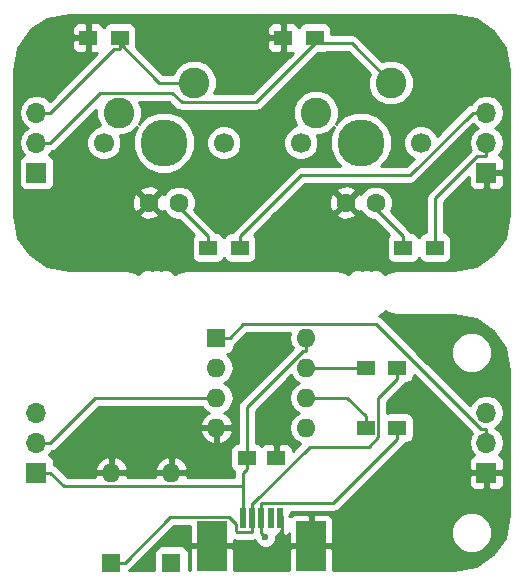
<source format=gtl>
G04 #@! TF.FileFunction,Copper,L1,Top,Signal*
%FSLAX46Y46*%
G04 Gerber Fmt 4.6, Leading zero omitted, Abs format (unit mm)*
G04 Created by KiCad (PCBNEW 4.0.6) date 01/19/18 19:38:46*
%MOMM*%
%LPD*%
G01*
G04 APERTURE LIST*
%ADD10C,0.020000*%
%ADD11C,1.600200*%
%ADD12C,3.980180*%
%ADD13C,2.600000*%
%ADD14C,1.699260*%
%ADD15R,1.500000X1.250000*%
%ADD16R,1.600000X1.600000*%
%ADD17O,1.600000X1.600000*%
%ADD18R,1.500000X1.300000*%
%ADD19R,1.700000X1.700000*%
%ADD20O,1.700000X1.700000*%
%ADD21R,0.500000X1.800000*%
%ADD22R,2.500000X4.200000*%
%ADD23C,0.600000*%
%ADD24C,0.250000*%
%ADD25C,0.254000*%
G04 APERTURE END LIST*
D10*
D11*
X26035000Y-33020000D03*
X28575000Y-33020000D03*
D12*
X27305000Y-27940000D03*
D13*
X29845000Y-22860000D03*
X23495000Y-25400000D03*
D14*
X22225000Y-27940000D03*
X32385000Y-27940000D03*
D15*
X34310000Y-54610000D03*
X36810000Y-54610000D03*
D16*
X22860000Y-63500000D03*
D17*
X22860000Y-55880000D03*
D16*
X27940000Y-63500000D03*
D17*
X27940000Y-55880000D03*
D11*
X42703800Y-33020000D03*
X45243800Y-33020000D03*
D18*
X44370000Y-52070000D03*
X47070000Y-52070000D03*
X44370000Y-46990000D03*
X47070000Y-46990000D03*
D12*
X43973800Y-27940000D03*
D13*
X46513800Y-22860000D03*
X40163800Y-25400000D03*
D14*
X38893800Y-27940000D03*
X49053800Y-27940000D03*
D16*
X31750000Y-44450000D03*
D17*
X39370000Y-52070000D03*
X31750000Y-46990000D03*
X39370000Y-49530000D03*
X31750000Y-49530000D03*
X39370000Y-46990000D03*
X31750000Y-52070000D03*
X39370000Y-44450000D03*
D19*
X54610000Y-55880000D03*
D20*
X54610000Y-53340000D03*
X54610000Y-50800000D03*
D19*
X16510000Y-55880000D03*
D20*
X16510000Y-53340000D03*
X16510000Y-50800000D03*
D19*
X54610000Y-30480000D03*
D20*
X54610000Y-27940000D03*
X54610000Y-25400000D03*
D19*
X16510000Y-30480000D03*
D20*
X16510000Y-27940000D03*
X16510000Y-25400000D03*
D18*
X20875000Y-19050000D03*
X23575000Y-19050000D03*
X37385000Y-19050000D03*
X40085000Y-19050000D03*
X31035000Y-36830000D03*
X33735000Y-36830000D03*
X47545000Y-36830000D03*
X50245000Y-36830000D03*
D21*
X33960000Y-59690000D03*
X34760000Y-59690000D03*
X35560000Y-59690000D03*
X36360000Y-59690000D03*
X37160000Y-59690000D03*
D22*
X31360000Y-62090000D03*
X39760000Y-62090000D03*
D23*
X35897500Y-61304700D03*
D24*
X34310000Y-50354000D02*
X34310000Y-54610000D01*
X39088700Y-45575300D02*
X34310000Y-50354000D01*
X39370000Y-45575300D02*
X39088700Y-45575300D01*
X39370000Y-44450000D02*
X39370000Y-45575300D01*
X34310000Y-54610000D02*
X34310000Y-55560300D01*
X16510000Y-55880000D02*
X17685300Y-55880000D01*
X18840900Y-57035600D02*
X33960000Y-57035600D01*
X17685300Y-55880000D02*
X18840900Y-57035600D01*
X33960000Y-59690000D02*
X33960000Y-57035600D01*
X33960000Y-55910300D02*
X34310000Y-55560300D01*
X33960000Y-57035600D02*
X33960000Y-55910300D01*
X45445400Y-49589900D02*
X47070000Y-47965300D01*
X45445400Y-52880900D02*
X45445400Y-49589900D01*
X44627800Y-53698500D02*
X45445400Y-52880900D01*
X39638300Y-53698500D02*
X44627800Y-53698500D01*
X34872100Y-58464700D02*
X39638300Y-53698500D01*
X34760000Y-58464700D02*
X34872100Y-58464700D01*
X47070000Y-46990000D02*
X47070000Y-47965300D01*
X34760000Y-59414900D02*
X34760000Y-58464700D01*
X34760000Y-59414900D02*
X34760000Y-59690000D01*
X27820700Y-59664600D02*
X23985300Y-63500000D01*
X32822800Y-59664600D02*
X27820700Y-59664600D01*
X33384600Y-60226400D02*
X32822800Y-59664600D01*
X33384600Y-60788400D02*
X33384600Y-60226400D01*
X33511500Y-60915300D02*
X33384600Y-60788400D01*
X34760000Y-60915300D02*
X33511500Y-60915300D01*
X34760000Y-59690000D02*
X34760000Y-60915300D01*
X22860000Y-63500000D02*
X23985300Y-63500000D01*
X35560000Y-60967200D02*
X35560000Y-59690000D01*
X35897500Y-61304700D02*
X35560000Y-60967200D01*
X41650600Y-58464700D02*
X47070000Y-53045300D01*
X35560000Y-58464700D02*
X41650600Y-58464700D01*
X35560000Y-59690000D02*
X35560000Y-58464700D01*
X47070000Y-52070000D02*
X47070000Y-53045300D01*
X28575000Y-33394700D02*
X28575000Y-33020000D01*
X31035000Y-35854700D02*
X28575000Y-33394700D01*
X31035000Y-36830000D02*
X31035000Y-35854700D01*
X45243800Y-33553500D02*
X45243800Y-33020000D01*
X47545000Y-35854700D02*
X45243800Y-33553500D01*
X47545000Y-36830000D02*
X47545000Y-35854700D01*
X42805300Y-49530000D02*
X44370000Y-51094700D01*
X39370000Y-49530000D02*
X42805300Y-49530000D01*
X44370000Y-52070000D02*
X44370000Y-51094700D01*
X39370000Y-46990000D02*
X44370000Y-46990000D01*
X21495300Y-49530000D02*
X31750000Y-49530000D01*
X17685300Y-53340000D02*
X21495300Y-49530000D01*
X16510000Y-53340000D02*
X17685300Y-53340000D01*
X34000600Y-43324700D02*
X32875300Y-44450000D01*
X45281900Y-43324700D02*
X34000600Y-43324700D01*
X54121900Y-52164700D02*
X45281900Y-43324700D01*
X54610000Y-52164700D02*
X54121900Y-52164700D01*
X54610000Y-53340000D02*
X54610000Y-52164700D01*
X31750000Y-44450000D02*
X32875300Y-44450000D01*
X50245000Y-32672300D02*
X50245000Y-36830000D01*
X53802000Y-29115300D02*
X50245000Y-32672300D01*
X54610000Y-29115300D02*
X53802000Y-29115300D01*
X54610000Y-27940000D02*
X54610000Y-29115300D01*
X38903300Y-30686400D02*
X33735000Y-35854700D01*
X48148300Y-30686400D02*
X38903300Y-30686400D01*
X53434700Y-25400000D02*
X48148300Y-30686400D01*
X54610000Y-25400000D02*
X53434700Y-25400000D01*
X33735000Y-36830000D02*
X33735000Y-35854700D01*
X40085000Y-19050000D02*
X40085000Y-19537600D01*
X43191400Y-19537600D02*
X46513800Y-22860000D01*
X40085000Y-19537600D02*
X43191400Y-19537600D01*
X35104600Y-24518000D02*
X40085000Y-19537600D01*
X28794500Y-24518000D02*
X35104600Y-24518000D01*
X28027500Y-23751000D02*
X28794500Y-24518000D01*
X21874300Y-23751000D02*
X28027500Y-23751000D01*
X17685300Y-27940000D02*
X21874300Y-23751000D01*
X16510000Y-27940000D02*
X17685300Y-27940000D01*
X23060000Y-20025300D02*
X23575000Y-20025300D01*
X17685300Y-25400000D02*
X23060000Y-20025300D01*
X16510000Y-25400000D02*
X17685300Y-25400000D01*
X23575000Y-19050000D02*
X23575000Y-19537600D01*
X23575000Y-19537600D02*
X23575000Y-20025300D01*
X26897400Y-22860000D02*
X29845000Y-22860000D01*
X23575000Y-19537600D02*
X26897400Y-22860000D01*
D25*
G36*
X53756745Y-17517836D02*
X55186700Y-18473301D01*
X56142164Y-19903253D01*
X56515000Y-21777626D01*
X56515000Y-34102374D01*
X56142164Y-35976747D01*
X55186700Y-37406699D01*
X53756745Y-38362164D01*
X51882374Y-38735000D01*
X46990000Y-38735000D01*
X46260988Y-38880009D01*
X46005426Y-39050771D01*
X46000704Y-39039343D01*
X45751967Y-38790171D01*
X45426810Y-38655154D01*
X45074735Y-38654847D01*
X44849849Y-38747768D01*
X44626810Y-38655154D01*
X44274735Y-38654847D01*
X44049849Y-38747768D01*
X43826810Y-38655154D01*
X43474735Y-38654847D01*
X43149343Y-38789296D01*
X42900171Y-39038033D01*
X42894815Y-39050932D01*
X42639012Y-38880009D01*
X41910000Y-38735000D01*
X29210000Y-38735000D01*
X28480988Y-38880009D01*
X28225426Y-39050771D01*
X28220704Y-39039343D01*
X27971967Y-38790171D01*
X27646810Y-38655154D01*
X27294735Y-38654847D01*
X27069849Y-38747768D01*
X26846810Y-38655154D01*
X26494735Y-38654847D01*
X26269849Y-38747768D01*
X26046810Y-38655154D01*
X25694735Y-38654847D01*
X25369343Y-38789296D01*
X25120171Y-39038033D01*
X25114815Y-39050932D01*
X24859012Y-38880009D01*
X24130000Y-38735000D01*
X19237626Y-38735000D01*
X17363253Y-38362164D01*
X15933301Y-37406700D01*
X14977836Y-35976745D01*
X14605000Y-34102374D01*
X14605000Y-34027817D01*
X25206788Y-34027817D01*
X25280935Y-34273947D01*
X25818200Y-34467064D01*
X26388470Y-34439879D01*
X26789065Y-34273947D01*
X26863212Y-34027817D01*
X26035000Y-33199605D01*
X25206788Y-34027817D01*
X14605000Y-34027817D01*
X14605000Y-32803200D01*
X24587936Y-32803200D01*
X24615121Y-33373470D01*
X24781053Y-33774065D01*
X25027183Y-33848212D01*
X25855395Y-33020000D01*
X26214605Y-33020000D01*
X27042817Y-33848212D01*
X27288947Y-33774065D01*
X27309810Y-33716022D01*
X27357672Y-33831857D01*
X27761020Y-34235909D01*
X28288289Y-34454850D01*
X28560586Y-34455088D01*
X29828627Y-35723129D01*
X29688569Y-35928110D01*
X29637560Y-36180000D01*
X29637560Y-37480000D01*
X29681838Y-37715317D01*
X29820910Y-37931441D01*
X30033110Y-38076431D01*
X30285000Y-38127440D01*
X31785000Y-38127440D01*
X32020317Y-38083162D01*
X32236441Y-37944090D01*
X32381431Y-37731890D01*
X32384081Y-37718803D01*
X32520910Y-37931441D01*
X32733110Y-38076431D01*
X32985000Y-38127440D01*
X34485000Y-38127440D01*
X34720317Y-38083162D01*
X34936441Y-37944090D01*
X35081431Y-37731890D01*
X35132440Y-37480000D01*
X35132440Y-36180000D01*
X35088162Y-35944683D01*
X34949090Y-35728559D01*
X34941280Y-35723222D01*
X36636685Y-34027817D01*
X41875588Y-34027817D01*
X41949735Y-34273947D01*
X42487000Y-34467064D01*
X43057270Y-34439879D01*
X43457865Y-34273947D01*
X43532012Y-34027817D01*
X42703800Y-33199605D01*
X41875588Y-34027817D01*
X36636685Y-34027817D01*
X37861302Y-32803200D01*
X41256736Y-32803200D01*
X41283921Y-33373470D01*
X41449853Y-33774065D01*
X41695983Y-33848212D01*
X42524195Y-33020000D01*
X41695983Y-32191788D01*
X41449853Y-32265935D01*
X41256736Y-32803200D01*
X37861302Y-32803200D01*
X38652319Y-32012183D01*
X41875588Y-32012183D01*
X42703800Y-32840395D01*
X43532012Y-32012183D01*
X43457865Y-31766053D01*
X42920600Y-31572936D01*
X42350330Y-31600121D01*
X41949735Y-31766053D01*
X41875588Y-32012183D01*
X38652319Y-32012183D01*
X39218102Y-31446400D01*
X48148300Y-31446400D01*
X48439139Y-31388548D01*
X48685701Y-31223801D01*
X53502252Y-26407250D01*
X53530853Y-26450054D01*
X53860026Y-26670000D01*
X53530853Y-26889946D01*
X53208946Y-27371715D01*
X53095907Y-27940000D01*
X53208946Y-28508285D01*
X53259121Y-28583377D01*
X49707599Y-32134899D01*
X49542852Y-32381461D01*
X49485000Y-32672300D01*
X49485000Y-35534442D01*
X49259683Y-35576838D01*
X49043559Y-35715910D01*
X48898569Y-35928110D01*
X48895919Y-35941197D01*
X48759090Y-35728559D01*
X48546890Y-35583569D01*
X48295000Y-35532560D01*
X48226234Y-35532560D01*
X48082401Y-35317299D01*
X46500602Y-33735500D01*
X46678650Y-33306711D01*
X46679148Y-32735793D01*
X46461128Y-32208143D01*
X46057780Y-31804091D01*
X45530511Y-31585150D01*
X44959593Y-31584652D01*
X44431943Y-31802672D01*
X44027891Y-32206020D01*
X43980352Y-32320507D01*
X43957747Y-32265935D01*
X43711617Y-32191788D01*
X42883405Y-33020000D01*
X43711617Y-33848212D01*
X43957747Y-33774065D01*
X43978610Y-33716022D01*
X44026472Y-33831857D01*
X44429820Y-34235909D01*
X44957089Y-34454850D01*
X45070447Y-34454949D01*
X46338627Y-35723129D01*
X46198569Y-35928110D01*
X46147560Y-36180000D01*
X46147560Y-37480000D01*
X46191838Y-37715317D01*
X46330910Y-37931441D01*
X46543110Y-38076431D01*
X46795000Y-38127440D01*
X48295000Y-38127440D01*
X48530317Y-38083162D01*
X48746441Y-37944090D01*
X48891431Y-37731890D01*
X48894081Y-37718803D01*
X49030910Y-37931441D01*
X49243110Y-38076431D01*
X49495000Y-38127440D01*
X50995000Y-38127440D01*
X51230317Y-38083162D01*
X51446441Y-37944090D01*
X51591431Y-37731890D01*
X51642440Y-37480000D01*
X51642440Y-36180000D01*
X51598162Y-35944683D01*
X51459090Y-35728559D01*
X51246890Y-35583569D01*
X51005000Y-35534585D01*
X51005000Y-32987102D01*
X53125000Y-30867102D01*
X53125000Y-31456310D01*
X53221673Y-31689699D01*
X53400302Y-31868327D01*
X53633691Y-31965000D01*
X54324250Y-31965000D01*
X54483000Y-31806250D01*
X54483000Y-30607000D01*
X54737000Y-30607000D01*
X54737000Y-31806250D01*
X54895750Y-31965000D01*
X55586309Y-31965000D01*
X55819698Y-31868327D01*
X55998327Y-31689699D01*
X56095000Y-31456310D01*
X56095000Y-30765750D01*
X55936250Y-30607000D01*
X54737000Y-30607000D01*
X54483000Y-30607000D01*
X54463000Y-30607000D01*
X54463000Y-30353000D01*
X54483000Y-30353000D01*
X54483000Y-30333000D01*
X54737000Y-30333000D01*
X54737000Y-30353000D01*
X55936250Y-30353000D01*
X56095000Y-30194250D01*
X56095000Y-29503690D01*
X55998327Y-29270301D01*
X55819698Y-29091673D01*
X55645223Y-29019403D01*
X55689147Y-28990054D01*
X56011054Y-28508285D01*
X56124093Y-27940000D01*
X56011054Y-27371715D01*
X55689147Y-26889946D01*
X55359974Y-26670000D01*
X55689147Y-26450054D01*
X56011054Y-25968285D01*
X56124093Y-25400000D01*
X56011054Y-24831715D01*
X55689147Y-24349946D01*
X55207378Y-24028039D01*
X54639093Y-23915000D01*
X54580907Y-23915000D01*
X54012622Y-24028039D01*
X53530853Y-24349946D01*
X53322077Y-24662402D01*
X53143861Y-24697852D01*
X52897299Y-24862599D01*
X50414491Y-27345407D01*
X50313142Y-27100123D01*
X49895874Y-26682126D01*
X49350407Y-26455628D01*
X48759784Y-26455112D01*
X48213923Y-26680658D01*
X47795926Y-27097926D01*
X47569428Y-27643393D01*
X47568912Y-28234016D01*
X47794458Y-28779877D01*
X48211726Y-29197874D01*
X48459245Y-29300653D01*
X47833498Y-29926400D01*
X45699613Y-29926400D01*
X46197946Y-29428936D01*
X46598434Y-28464454D01*
X46599345Y-27420128D01*
X46200541Y-26454948D01*
X45462736Y-25715854D01*
X44498254Y-25315366D01*
X43453928Y-25314455D01*
X42488748Y-25713259D01*
X41874154Y-26326781D01*
X42098463Y-25786584D01*
X42099135Y-25016793D01*
X41805170Y-24305342D01*
X41261321Y-23760543D01*
X40550384Y-23465337D01*
X39780593Y-23464665D01*
X39069142Y-23758630D01*
X38524343Y-24302479D01*
X38229137Y-25013416D01*
X38228465Y-25783207D01*
X38519753Y-26488180D01*
X38053923Y-26680658D01*
X37635926Y-27097926D01*
X37409428Y-27643393D01*
X37408912Y-28234016D01*
X37634458Y-28779877D01*
X38051726Y-29197874D01*
X38597193Y-29424372D01*
X39187816Y-29424888D01*
X39733677Y-29199342D01*
X40151674Y-28782074D01*
X40378172Y-28236607D01*
X40378688Y-27645984D01*
X40250223Y-27335076D01*
X40547007Y-27335335D01*
X41258458Y-27041370D01*
X41678756Y-26621805D01*
X41349166Y-27415546D01*
X41348255Y-28459872D01*
X41747059Y-29425052D01*
X42247533Y-29926400D01*
X38903300Y-29926400D01*
X38612461Y-29984252D01*
X38365899Y-30148999D01*
X33197599Y-35317299D01*
X33053767Y-35532560D01*
X32985000Y-35532560D01*
X32749683Y-35576838D01*
X32533559Y-35715910D01*
X32388569Y-35928110D01*
X32385919Y-35941197D01*
X32249090Y-35728559D01*
X32036890Y-35583569D01*
X31785000Y-35532560D01*
X31716234Y-35532560D01*
X31572401Y-35317299D01*
X29878394Y-33623292D01*
X30009850Y-33306711D01*
X30010348Y-32735793D01*
X29792328Y-32208143D01*
X29388980Y-31804091D01*
X28861711Y-31585150D01*
X28290793Y-31584652D01*
X27763143Y-31802672D01*
X27359091Y-32206020D01*
X27311552Y-32320507D01*
X27288947Y-32265935D01*
X27042817Y-32191788D01*
X26214605Y-33020000D01*
X25855395Y-33020000D01*
X25027183Y-32191788D01*
X24781053Y-32265935D01*
X24587936Y-32803200D01*
X14605000Y-32803200D01*
X14605000Y-32012183D01*
X25206788Y-32012183D01*
X26035000Y-32840395D01*
X26863212Y-32012183D01*
X26789065Y-31766053D01*
X26251800Y-31572936D01*
X25681530Y-31600121D01*
X25280935Y-31766053D01*
X25206788Y-32012183D01*
X14605000Y-32012183D01*
X14605000Y-25400000D01*
X14995907Y-25400000D01*
X15108946Y-25968285D01*
X15430853Y-26450054D01*
X15760026Y-26670000D01*
X15430853Y-26889946D01*
X15108946Y-27371715D01*
X14995907Y-27940000D01*
X15108946Y-28508285D01*
X15430853Y-28990054D01*
X15472452Y-29017850D01*
X15424683Y-29026838D01*
X15208559Y-29165910D01*
X15063569Y-29378110D01*
X15012560Y-29630000D01*
X15012560Y-31330000D01*
X15056838Y-31565317D01*
X15195910Y-31781441D01*
X15408110Y-31926431D01*
X15660000Y-31977440D01*
X17360000Y-31977440D01*
X17595317Y-31933162D01*
X17811441Y-31794090D01*
X17956431Y-31581890D01*
X18007440Y-31330000D01*
X18007440Y-29630000D01*
X17963162Y-29394683D01*
X17824090Y-29178559D01*
X17611890Y-29033569D01*
X17544459Y-29019914D01*
X17589147Y-28990054D01*
X17797923Y-28677598D01*
X17976139Y-28642148D01*
X18222701Y-28477401D01*
X21560227Y-25139875D01*
X21559665Y-25783207D01*
X21850953Y-26488180D01*
X21385123Y-26680658D01*
X20967126Y-27097926D01*
X20740628Y-27643393D01*
X20740112Y-28234016D01*
X20965658Y-28779877D01*
X21382926Y-29197874D01*
X21928393Y-29424372D01*
X22519016Y-29424888D01*
X23064877Y-29199342D01*
X23482874Y-28782074D01*
X23709372Y-28236607D01*
X23709888Y-27645984D01*
X23581423Y-27335076D01*
X23878207Y-27335335D01*
X24589658Y-27041370D01*
X25009956Y-26621805D01*
X24680366Y-27415546D01*
X24679455Y-28459872D01*
X25078259Y-29425052D01*
X25816064Y-30164146D01*
X26780546Y-30564634D01*
X27824872Y-30565545D01*
X28790052Y-30166741D01*
X29529146Y-29428936D01*
X29929634Y-28464454D01*
X29929835Y-28234016D01*
X30900112Y-28234016D01*
X31125658Y-28779877D01*
X31542926Y-29197874D01*
X32088393Y-29424372D01*
X32679016Y-29424888D01*
X33224877Y-29199342D01*
X33642874Y-28782074D01*
X33869372Y-28236607D01*
X33869888Y-27645984D01*
X33644342Y-27100123D01*
X33227074Y-26682126D01*
X32681607Y-26455628D01*
X32090984Y-26455112D01*
X31545123Y-26680658D01*
X31127126Y-27097926D01*
X30900628Y-27643393D01*
X30900112Y-28234016D01*
X29929835Y-28234016D01*
X29930545Y-27420128D01*
X29531741Y-26454948D01*
X28793936Y-25715854D01*
X27829454Y-25315366D01*
X26785128Y-25314455D01*
X25819948Y-25713259D01*
X25205354Y-26326781D01*
X25429663Y-25786584D01*
X25430335Y-25016793D01*
X25221346Y-24511000D01*
X27712698Y-24511000D01*
X28257099Y-25055401D01*
X28503661Y-25220148D01*
X28794500Y-25278000D01*
X35104600Y-25278000D01*
X35395439Y-25220148D01*
X35642001Y-25055401D01*
X40349962Y-20347440D01*
X40835000Y-20347440D01*
X41070317Y-20303162D01*
X41078961Y-20297600D01*
X42876598Y-20297600D01*
X44717998Y-22139000D01*
X44579137Y-22473416D01*
X44578465Y-23243207D01*
X44872430Y-23954658D01*
X45416279Y-24499457D01*
X46127216Y-24794663D01*
X46897007Y-24795335D01*
X47608458Y-24501370D01*
X48153257Y-23957521D01*
X48448463Y-23246584D01*
X48449135Y-22476793D01*
X48155170Y-21765342D01*
X47611321Y-21220543D01*
X46900384Y-20925337D01*
X46130593Y-20924665D01*
X45792828Y-21064226D01*
X43728801Y-19000199D01*
X43482239Y-18835452D01*
X43191400Y-18777600D01*
X41482440Y-18777600D01*
X41482440Y-18400000D01*
X41438162Y-18164683D01*
X41299090Y-17948559D01*
X41086890Y-17803569D01*
X40835000Y-17752560D01*
X39335000Y-17752560D01*
X39099683Y-17796838D01*
X38883559Y-17935910D01*
X38738569Y-18148110D01*
X38731809Y-18181490D01*
X38673327Y-18040301D01*
X38494698Y-17861673D01*
X38261309Y-17765000D01*
X37670750Y-17765000D01*
X37512000Y-17923750D01*
X37512000Y-18923000D01*
X37532000Y-18923000D01*
X37532000Y-19177000D01*
X37512000Y-19177000D01*
X37512000Y-20176250D01*
X37670750Y-20335000D01*
X38212798Y-20335000D01*
X34789798Y-23758000D01*
X31567305Y-23758000D01*
X31779663Y-23246584D01*
X31780335Y-22476793D01*
X31486370Y-21765342D01*
X30942521Y-21220543D01*
X30231584Y-20925337D01*
X29461793Y-20924665D01*
X28750342Y-21218630D01*
X28205543Y-21762479D01*
X28065392Y-22100000D01*
X27212202Y-22100000D01*
X24945455Y-19833253D01*
X24972440Y-19700000D01*
X24972440Y-19335750D01*
X36000000Y-19335750D01*
X36000000Y-19826310D01*
X36096673Y-20059699D01*
X36275302Y-20238327D01*
X36508691Y-20335000D01*
X37099250Y-20335000D01*
X37258000Y-20176250D01*
X37258000Y-19177000D01*
X36158750Y-19177000D01*
X36000000Y-19335750D01*
X24972440Y-19335750D01*
X24972440Y-18400000D01*
X24948674Y-18273690D01*
X36000000Y-18273690D01*
X36000000Y-18764250D01*
X36158750Y-18923000D01*
X37258000Y-18923000D01*
X37258000Y-17923750D01*
X37099250Y-17765000D01*
X36508691Y-17765000D01*
X36275302Y-17861673D01*
X36096673Y-18040301D01*
X36000000Y-18273690D01*
X24948674Y-18273690D01*
X24928162Y-18164683D01*
X24789090Y-17948559D01*
X24576890Y-17803569D01*
X24325000Y-17752560D01*
X22825000Y-17752560D01*
X22589683Y-17796838D01*
X22373559Y-17935910D01*
X22228569Y-18148110D01*
X22221809Y-18181490D01*
X22163327Y-18040301D01*
X21984698Y-17861673D01*
X21751309Y-17765000D01*
X21160750Y-17765000D01*
X21002000Y-17923750D01*
X21002000Y-18923000D01*
X21022000Y-18923000D01*
X21022000Y-19177000D01*
X21002000Y-19177000D01*
X21002000Y-20176250D01*
X21160750Y-20335000D01*
X21675498Y-20335000D01*
X17617748Y-24392750D01*
X17589147Y-24349946D01*
X17107378Y-24028039D01*
X16539093Y-23915000D01*
X16480907Y-23915000D01*
X15912622Y-24028039D01*
X15430853Y-24349946D01*
X15108946Y-24831715D01*
X14995907Y-25400000D01*
X14605000Y-25400000D01*
X14605000Y-21777626D01*
X14977836Y-19903255D01*
X15357030Y-19335750D01*
X19490000Y-19335750D01*
X19490000Y-19826310D01*
X19586673Y-20059699D01*
X19765302Y-20238327D01*
X19998691Y-20335000D01*
X20589250Y-20335000D01*
X20748000Y-20176250D01*
X20748000Y-19177000D01*
X19648750Y-19177000D01*
X19490000Y-19335750D01*
X15357030Y-19335750D01*
X15933301Y-18473300D01*
X16232038Y-18273690D01*
X19490000Y-18273690D01*
X19490000Y-18764250D01*
X19648750Y-18923000D01*
X20748000Y-18923000D01*
X20748000Y-17923750D01*
X20589250Y-17765000D01*
X19998691Y-17765000D01*
X19765302Y-17861673D01*
X19586673Y-18040301D01*
X19490000Y-18273690D01*
X16232038Y-18273690D01*
X17363253Y-17517836D01*
X19237626Y-17145000D01*
X51882374Y-17145000D01*
X53756745Y-17517836D01*
X53756745Y-17517836D01*
G37*
X53756745Y-17517836D02*
X55186700Y-18473301D01*
X56142164Y-19903253D01*
X56515000Y-21777626D01*
X56515000Y-34102374D01*
X56142164Y-35976747D01*
X55186700Y-37406699D01*
X53756745Y-38362164D01*
X51882374Y-38735000D01*
X46990000Y-38735000D01*
X46260988Y-38880009D01*
X46005426Y-39050771D01*
X46000704Y-39039343D01*
X45751967Y-38790171D01*
X45426810Y-38655154D01*
X45074735Y-38654847D01*
X44849849Y-38747768D01*
X44626810Y-38655154D01*
X44274735Y-38654847D01*
X44049849Y-38747768D01*
X43826810Y-38655154D01*
X43474735Y-38654847D01*
X43149343Y-38789296D01*
X42900171Y-39038033D01*
X42894815Y-39050932D01*
X42639012Y-38880009D01*
X41910000Y-38735000D01*
X29210000Y-38735000D01*
X28480988Y-38880009D01*
X28225426Y-39050771D01*
X28220704Y-39039343D01*
X27971967Y-38790171D01*
X27646810Y-38655154D01*
X27294735Y-38654847D01*
X27069849Y-38747768D01*
X26846810Y-38655154D01*
X26494735Y-38654847D01*
X26269849Y-38747768D01*
X26046810Y-38655154D01*
X25694735Y-38654847D01*
X25369343Y-38789296D01*
X25120171Y-39038033D01*
X25114815Y-39050932D01*
X24859012Y-38880009D01*
X24130000Y-38735000D01*
X19237626Y-38735000D01*
X17363253Y-38362164D01*
X15933301Y-37406700D01*
X14977836Y-35976745D01*
X14605000Y-34102374D01*
X14605000Y-34027817D01*
X25206788Y-34027817D01*
X25280935Y-34273947D01*
X25818200Y-34467064D01*
X26388470Y-34439879D01*
X26789065Y-34273947D01*
X26863212Y-34027817D01*
X26035000Y-33199605D01*
X25206788Y-34027817D01*
X14605000Y-34027817D01*
X14605000Y-32803200D01*
X24587936Y-32803200D01*
X24615121Y-33373470D01*
X24781053Y-33774065D01*
X25027183Y-33848212D01*
X25855395Y-33020000D01*
X26214605Y-33020000D01*
X27042817Y-33848212D01*
X27288947Y-33774065D01*
X27309810Y-33716022D01*
X27357672Y-33831857D01*
X27761020Y-34235909D01*
X28288289Y-34454850D01*
X28560586Y-34455088D01*
X29828627Y-35723129D01*
X29688569Y-35928110D01*
X29637560Y-36180000D01*
X29637560Y-37480000D01*
X29681838Y-37715317D01*
X29820910Y-37931441D01*
X30033110Y-38076431D01*
X30285000Y-38127440D01*
X31785000Y-38127440D01*
X32020317Y-38083162D01*
X32236441Y-37944090D01*
X32381431Y-37731890D01*
X32384081Y-37718803D01*
X32520910Y-37931441D01*
X32733110Y-38076431D01*
X32985000Y-38127440D01*
X34485000Y-38127440D01*
X34720317Y-38083162D01*
X34936441Y-37944090D01*
X35081431Y-37731890D01*
X35132440Y-37480000D01*
X35132440Y-36180000D01*
X35088162Y-35944683D01*
X34949090Y-35728559D01*
X34941280Y-35723222D01*
X36636685Y-34027817D01*
X41875588Y-34027817D01*
X41949735Y-34273947D01*
X42487000Y-34467064D01*
X43057270Y-34439879D01*
X43457865Y-34273947D01*
X43532012Y-34027817D01*
X42703800Y-33199605D01*
X41875588Y-34027817D01*
X36636685Y-34027817D01*
X37861302Y-32803200D01*
X41256736Y-32803200D01*
X41283921Y-33373470D01*
X41449853Y-33774065D01*
X41695983Y-33848212D01*
X42524195Y-33020000D01*
X41695983Y-32191788D01*
X41449853Y-32265935D01*
X41256736Y-32803200D01*
X37861302Y-32803200D01*
X38652319Y-32012183D01*
X41875588Y-32012183D01*
X42703800Y-32840395D01*
X43532012Y-32012183D01*
X43457865Y-31766053D01*
X42920600Y-31572936D01*
X42350330Y-31600121D01*
X41949735Y-31766053D01*
X41875588Y-32012183D01*
X38652319Y-32012183D01*
X39218102Y-31446400D01*
X48148300Y-31446400D01*
X48439139Y-31388548D01*
X48685701Y-31223801D01*
X53502252Y-26407250D01*
X53530853Y-26450054D01*
X53860026Y-26670000D01*
X53530853Y-26889946D01*
X53208946Y-27371715D01*
X53095907Y-27940000D01*
X53208946Y-28508285D01*
X53259121Y-28583377D01*
X49707599Y-32134899D01*
X49542852Y-32381461D01*
X49485000Y-32672300D01*
X49485000Y-35534442D01*
X49259683Y-35576838D01*
X49043559Y-35715910D01*
X48898569Y-35928110D01*
X48895919Y-35941197D01*
X48759090Y-35728559D01*
X48546890Y-35583569D01*
X48295000Y-35532560D01*
X48226234Y-35532560D01*
X48082401Y-35317299D01*
X46500602Y-33735500D01*
X46678650Y-33306711D01*
X46679148Y-32735793D01*
X46461128Y-32208143D01*
X46057780Y-31804091D01*
X45530511Y-31585150D01*
X44959593Y-31584652D01*
X44431943Y-31802672D01*
X44027891Y-32206020D01*
X43980352Y-32320507D01*
X43957747Y-32265935D01*
X43711617Y-32191788D01*
X42883405Y-33020000D01*
X43711617Y-33848212D01*
X43957747Y-33774065D01*
X43978610Y-33716022D01*
X44026472Y-33831857D01*
X44429820Y-34235909D01*
X44957089Y-34454850D01*
X45070447Y-34454949D01*
X46338627Y-35723129D01*
X46198569Y-35928110D01*
X46147560Y-36180000D01*
X46147560Y-37480000D01*
X46191838Y-37715317D01*
X46330910Y-37931441D01*
X46543110Y-38076431D01*
X46795000Y-38127440D01*
X48295000Y-38127440D01*
X48530317Y-38083162D01*
X48746441Y-37944090D01*
X48891431Y-37731890D01*
X48894081Y-37718803D01*
X49030910Y-37931441D01*
X49243110Y-38076431D01*
X49495000Y-38127440D01*
X50995000Y-38127440D01*
X51230317Y-38083162D01*
X51446441Y-37944090D01*
X51591431Y-37731890D01*
X51642440Y-37480000D01*
X51642440Y-36180000D01*
X51598162Y-35944683D01*
X51459090Y-35728559D01*
X51246890Y-35583569D01*
X51005000Y-35534585D01*
X51005000Y-32987102D01*
X53125000Y-30867102D01*
X53125000Y-31456310D01*
X53221673Y-31689699D01*
X53400302Y-31868327D01*
X53633691Y-31965000D01*
X54324250Y-31965000D01*
X54483000Y-31806250D01*
X54483000Y-30607000D01*
X54737000Y-30607000D01*
X54737000Y-31806250D01*
X54895750Y-31965000D01*
X55586309Y-31965000D01*
X55819698Y-31868327D01*
X55998327Y-31689699D01*
X56095000Y-31456310D01*
X56095000Y-30765750D01*
X55936250Y-30607000D01*
X54737000Y-30607000D01*
X54483000Y-30607000D01*
X54463000Y-30607000D01*
X54463000Y-30353000D01*
X54483000Y-30353000D01*
X54483000Y-30333000D01*
X54737000Y-30333000D01*
X54737000Y-30353000D01*
X55936250Y-30353000D01*
X56095000Y-30194250D01*
X56095000Y-29503690D01*
X55998327Y-29270301D01*
X55819698Y-29091673D01*
X55645223Y-29019403D01*
X55689147Y-28990054D01*
X56011054Y-28508285D01*
X56124093Y-27940000D01*
X56011054Y-27371715D01*
X55689147Y-26889946D01*
X55359974Y-26670000D01*
X55689147Y-26450054D01*
X56011054Y-25968285D01*
X56124093Y-25400000D01*
X56011054Y-24831715D01*
X55689147Y-24349946D01*
X55207378Y-24028039D01*
X54639093Y-23915000D01*
X54580907Y-23915000D01*
X54012622Y-24028039D01*
X53530853Y-24349946D01*
X53322077Y-24662402D01*
X53143861Y-24697852D01*
X52897299Y-24862599D01*
X50414491Y-27345407D01*
X50313142Y-27100123D01*
X49895874Y-26682126D01*
X49350407Y-26455628D01*
X48759784Y-26455112D01*
X48213923Y-26680658D01*
X47795926Y-27097926D01*
X47569428Y-27643393D01*
X47568912Y-28234016D01*
X47794458Y-28779877D01*
X48211726Y-29197874D01*
X48459245Y-29300653D01*
X47833498Y-29926400D01*
X45699613Y-29926400D01*
X46197946Y-29428936D01*
X46598434Y-28464454D01*
X46599345Y-27420128D01*
X46200541Y-26454948D01*
X45462736Y-25715854D01*
X44498254Y-25315366D01*
X43453928Y-25314455D01*
X42488748Y-25713259D01*
X41874154Y-26326781D01*
X42098463Y-25786584D01*
X42099135Y-25016793D01*
X41805170Y-24305342D01*
X41261321Y-23760543D01*
X40550384Y-23465337D01*
X39780593Y-23464665D01*
X39069142Y-23758630D01*
X38524343Y-24302479D01*
X38229137Y-25013416D01*
X38228465Y-25783207D01*
X38519753Y-26488180D01*
X38053923Y-26680658D01*
X37635926Y-27097926D01*
X37409428Y-27643393D01*
X37408912Y-28234016D01*
X37634458Y-28779877D01*
X38051726Y-29197874D01*
X38597193Y-29424372D01*
X39187816Y-29424888D01*
X39733677Y-29199342D01*
X40151674Y-28782074D01*
X40378172Y-28236607D01*
X40378688Y-27645984D01*
X40250223Y-27335076D01*
X40547007Y-27335335D01*
X41258458Y-27041370D01*
X41678756Y-26621805D01*
X41349166Y-27415546D01*
X41348255Y-28459872D01*
X41747059Y-29425052D01*
X42247533Y-29926400D01*
X38903300Y-29926400D01*
X38612461Y-29984252D01*
X38365899Y-30148999D01*
X33197599Y-35317299D01*
X33053767Y-35532560D01*
X32985000Y-35532560D01*
X32749683Y-35576838D01*
X32533559Y-35715910D01*
X32388569Y-35928110D01*
X32385919Y-35941197D01*
X32249090Y-35728559D01*
X32036890Y-35583569D01*
X31785000Y-35532560D01*
X31716234Y-35532560D01*
X31572401Y-35317299D01*
X29878394Y-33623292D01*
X30009850Y-33306711D01*
X30010348Y-32735793D01*
X29792328Y-32208143D01*
X29388980Y-31804091D01*
X28861711Y-31585150D01*
X28290793Y-31584652D01*
X27763143Y-31802672D01*
X27359091Y-32206020D01*
X27311552Y-32320507D01*
X27288947Y-32265935D01*
X27042817Y-32191788D01*
X26214605Y-33020000D01*
X25855395Y-33020000D01*
X25027183Y-32191788D01*
X24781053Y-32265935D01*
X24587936Y-32803200D01*
X14605000Y-32803200D01*
X14605000Y-32012183D01*
X25206788Y-32012183D01*
X26035000Y-32840395D01*
X26863212Y-32012183D01*
X26789065Y-31766053D01*
X26251800Y-31572936D01*
X25681530Y-31600121D01*
X25280935Y-31766053D01*
X25206788Y-32012183D01*
X14605000Y-32012183D01*
X14605000Y-25400000D01*
X14995907Y-25400000D01*
X15108946Y-25968285D01*
X15430853Y-26450054D01*
X15760026Y-26670000D01*
X15430853Y-26889946D01*
X15108946Y-27371715D01*
X14995907Y-27940000D01*
X15108946Y-28508285D01*
X15430853Y-28990054D01*
X15472452Y-29017850D01*
X15424683Y-29026838D01*
X15208559Y-29165910D01*
X15063569Y-29378110D01*
X15012560Y-29630000D01*
X15012560Y-31330000D01*
X15056838Y-31565317D01*
X15195910Y-31781441D01*
X15408110Y-31926431D01*
X15660000Y-31977440D01*
X17360000Y-31977440D01*
X17595317Y-31933162D01*
X17811441Y-31794090D01*
X17956431Y-31581890D01*
X18007440Y-31330000D01*
X18007440Y-29630000D01*
X17963162Y-29394683D01*
X17824090Y-29178559D01*
X17611890Y-29033569D01*
X17544459Y-29019914D01*
X17589147Y-28990054D01*
X17797923Y-28677598D01*
X17976139Y-28642148D01*
X18222701Y-28477401D01*
X21560227Y-25139875D01*
X21559665Y-25783207D01*
X21850953Y-26488180D01*
X21385123Y-26680658D01*
X20967126Y-27097926D01*
X20740628Y-27643393D01*
X20740112Y-28234016D01*
X20965658Y-28779877D01*
X21382926Y-29197874D01*
X21928393Y-29424372D01*
X22519016Y-29424888D01*
X23064877Y-29199342D01*
X23482874Y-28782074D01*
X23709372Y-28236607D01*
X23709888Y-27645984D01*
X23581423Y-27335076D01*
X23878207Y-27335335D01*
X24589658Y-27041370D01*
X25009956Y-26621805D01*
X24680366Y-27415546D01*
X24679455Y-28459872D01*
X25078259Y-29425052D01*
X25816064Y-30164146D01*
X26780546Y-30564634D01*
X27824872Y-30565545D01*
X28790052Y-30166741D01*
X29529146Y-29428936D01*
X29929634Y-28464454D01*
X29929835Y-28234016D01*
X30900112Y-28234016D01*
X31125658Y-28779877D01*
X31542926Y-29197874D01*
X32088393Y-29424372D01*
X32679016Y-29424888D01*
X33224877Y-29199342D01*
X33642874Y-28782074D01*
X33869372Y-28236607D01*
X33869888Y-27645984D01*
X33644342Y-27100123D01*
X33227074Y-26682126D01*
X32681607Y-26455628D01*
X32090984Y-26455112D01*
X31545123Y-26680658D01*
X31127126Y-27097926D01*
X30900628Y-27643393D01*
X30900112Y-28234016D01*
X29929835Y-28234016D01*
X29930545Y-27420128D01*
X29531741Y-26454948D01*
X28793936Y-25715854D01*
X27829454Y-25315366D01*
X26785128Y-25314455D01*
X25819948Y-25713259D01*
X25205354Y-26326781D01*
X25429663Y-25786584D01*
X25430335Y-25016793D01*
X25221346Y-24511000D01*
X27712698Y-24511000D01*
X28257099Y-25055401D01*
X28503661Y-25220148D01*
X28794500Y-25278000D01*
X35104600Y-25278000D01*
X35395439Y-25220148D01*
X35642001Y-25055401D01*
X40349962Y-20347440D01*
X40835000Y-20347440D01*
X41070317Y-20303162D01*
X41078961Y-20297600D01*
X42876598Y-20297600D01*
X44717998Y-22139000D01*
X44579137Y-22473416D01*
X44578465Y-23243207D01*
X44872430Y-23954658D01*
X45416279Y-24499457D01*
X46127216Y-24794663D01*
X46897007Y-24795335D01*
X47608458Y-24501370D01*
X48153257Y-23957521D01*
X48448463Y-23246584D01*
X48449135Y-22476793D01*
X48155170Y-21765342D01*
X47611321Y-21220543D01*
X46900384Y-20925337D01*
X46130593Y-20924665D01*
X45792828Y-21064226D01*
X43728801Y-19000199D01*
X43482239Y-18835452D01*
X43191400Y-18777600D01*
X41482440Y-18777600D01*
X41482440Y-18400000D01*
X41438162Y-18164683D01*
X41299090Y-17948559D01*
X41086890Y-17803569D01*
X40835000Y-17752560D01*
X39335000Y-17752560D01*
X39099683Y-17796838D01*
X38883559Y-17935910D01*
X38738569Y-18148110D01*
X38731809Y-18181490D01*
X38673327Y-18040301D01*
X38494698Y-17861673D01*
X38261309Y-17765000D01*
X37670750Y-17765000D01*
X37512000Y-17923750D01*
X37512000Y-18923000D01*
X37532000Y-18923000D01*
X37532000Y-19177000D01*
X37512000Y-19177000D01*
X37512000Y-20176250D01*
X37670750Y-20335000D01*
X38212798Y-20335000D01*
X34789798Y-23758000D01*
X31567305Y-23758000D01*
X31779663Y-23246584D01*
X31780335Y-22476793D01*
X31486370Y-21765342D01*
X30942521Y-21220543D01*
X30231584Y-20925337D01*
X29461793Y-20924665D01*
X28750342Y-21218630D01*
X28205543Y-21762479D01*
X28065392Y-22100000D01*
X27212202Y-22100000D01*
X24945455Y-19833253D01*
X24972440Y-19700000D01*
X24972440Y-19335750D01*
X36000000Y-19335750D01*
X36000000Y-19826310D01*
X36096673Y-20059699D01*
X36275302Y-20238327D01*
X36508691Y-20335000D01*
X37099250Y-20335000D01*
X37258000Y-20176250D01*
X37258000Y-19177000D01*
X36158750Y-19177000D01*
X36000000Y-19335750D01*
X24972440Y-19335750D01*
X24972440Y-18400000D01*
X24948674Y-18273690D01*
X36000000Y-18273690D01*
X36000000Y-18764250D01*
X36158750Y-18923000D01*
X37258000Y-18923000D01*
X37258000Y-17923750D01*
X37099250Y-17765000D01*
X36508691Y-17765000D01*
X36275302Y-17861673D01*
X36096673Y-18040301D01*
X36000000Y-18273690D01*
X24948674Y-18273690D01*
X24928162Y-18164683D01*
X24789090Y-17948559D01*
X24576890Y-17803569D01*
X24325000Y-17752560D01*
X22825000Y-17752560D01*
X22589683Y-17796838D01*
X22373559Y-17935910D01*
X22228569Y-18148110D01*
X22221809Y-18181490D01*
X22163327Y-18040301D01*
X21984698Y-17861673D01*
X21751309Y-17765000D01*
X21160750Y-17765000D01*
X21002000Y-17923750D01*
X21002000Y-18923000D01*
X21022000Y-18923000D01*
X21022000Y-19177000D01*
X21002000Y-19177000D01*
X21002000Y-20176250D01*
X21160750Y-20335000D01*
X21675498Y-20335000D01*
X17617748Y-24392750D01*
X17589147Y-24349946D01*
X17107378Y-24028039D01*
X16539093Y-23915000D01*
X16480907Y-23915000D01*
X15912622Y-24028039D01*
X15430853Y-24349946D01*
X15108946Y-24831715D01*
X14995907Y-25400000D01*
X14605000Y-25400000D01*
X14605000Y-21777626D01*
X14977836Y-19903255D01*
X15357030Y-19335750D01*
X19490000Y-19335750D01*
X19490000Y-19826310D01*
X19586673Y-20059699D01*
X19765302Y-20238327D01*
X19998691Y-20335000D01*
X20589250Y-20335000D01*
X20748000Y-20176250D01*
X20748000Y-19177000D01*
X19648750Y-19177000D01*
X19490000Y-19335750D01*
X15357030Y-19335750D01*
X15933301Y-18473300D01*
X16232038Y-18273690D01*
X19490000Y-18273690D01*
X19490000Y-18764250D01*
X19648750Y-18923000D01*
X20748000Y-18923000D01*
X20748000Y-17923750D01*
X20589250Y-17765000D01*
X19998691Y-17765000D01*
X19765302Y-17861673D01*
X19586673Y-18040301D01*
X19490000Y-18273690D01*
X16232038Y-18273690D01*
X17363253Y-17517836D01*
X19237626Y-17145000D01*
X51882374Y-17145000D01*
X53756745Y-17517836D01*
G36*
X46260988Y-42399991D02*
X46990000Y-42545000D01*
X51882374Y-42545000D01*
X53756745Y-42917836D01*
X55186700Y-43873301D01*
X56142164Y-45303253D01*
X56515000Y-47177626D01*
X56515000Y-59502374D01*
X56142164Y-61376747D01*
X55186700Y-62806699D01*
X53756745Y-63762164D01*
X51882374Y-64135000D01*
X41645000Y-64135000D01*
X41645000Y-62375750D01*
X41486250Y-62217000D01*
X39887000Y-62217000D01*
X39887000Y-62237000D01*
X39633000Y-62237000D01*
X39633000Y-62217000D01*
X38033750Y-62217000D01*
X37875000Y-62375750D01*
X37875000Y-64135000D01*
X33245000Y-64135000D01*
X33245000Y-62375750D01*
X33086250Y-62217000D01*
X31487000Y-62217000D01*
X31487000Y-62237000D01*
X31233000Y-62237000D01*
X31233000Y-62217000D01*
X29633750Y-62217000D01*
X29475000Y-62375750D01*
X29475000Y-64135000D01*
X29387440Y-64135000D01*
X29387440Y-62700000D01*
X29343162Y-62464683D01*
X29204090Y-62248559D01*
X28991890Y-62103569D01*
X28740000Y-62052560D01*
X27140000Y-62052560D01*
X26904683Y-62096838D01*
X26688559Y-62235910D01*
X26543569Y-62448110D01*
X26492560Y-62700000D01*
X26492560Y-64135000D01*
X24376633Y-64135000D01*
X24522701Y-64037401D01*
X28135502Y-60424600D01*
X29475000Y-60424600D01*
X29475000Y-61804250D01*
X29633750Y-61963000D01*
X31233000Y-61963000D01*
X31233000Y-61943000D01*
X31487000Y-61943000D01*
X31487000Y-61963000D01*
X33086250Y-61963000D01*
X33245000Y-61804250D01*
X33245000Y-61622289D01*
X33511500Y-61675300D01*
X34760000Y-61675300D01*
X35017771Y-61624026D01*
X35104383Y-61833643D01*
X35367173Y-62096892D01*
X35710701Y-62239538D01*
X36082667Y-62239862D01*
X36426443Y-62097817D01*
X36689692Y-61835027D01*
X36832338Y-61491499D01*
X36832570Y-61225000D01*
X36876250Y-61225000D01*
X37021384Y-61079866D01*
X37061441Y-61054090D01*
X37206431Y-60841890D01*
X37257440Y-60590000D01*
X37257440Y-59543000D01*
X37285000Y-59543000D01*
X37285000Y-59563000D01*
X37307000Y-59563000D01*
X37307000Y-59817000D01*
X37285000Y-59817000D01*
X37285000Y-61066250D01*
X37443750Y-61225000D01*
X37536309Y-61225000D01*
X37769698Y-61128327D01*
X37875000Y-61023026D01*
X37875000Y-61804250D01*
X38033750Y-61963000D01*
X39633000Y-61963000D01*
X39633000Y-59513750D01*
X39887000Y-59513750D01*
X39887000Y-61963000D01*
X41486250Y-61963000D01*
X41645000Y-61804250D01*
X41645000Y-61303599D01*
X51604699Y-61303599D01*
X51868281Y-61941515D01*
X52355918Y-62430004D01*
X52993373Y-62694699D01*
X53683599Y-62695301D01*
X54321515Y-62431719D01*
X54810004Y-61944082D01*
X55074699Y-61306627D01*
X55075301Y-60616401D01*
X54811719Y-59978485D01*
X54324082Y-59489996D01*
X53686627Y-59225301D01*
X52996401Y-59224699D01*
X52358485Y-59488281D01*
X51869996Y-59975918D01*
X51605301Y-60613373D01*
X51604699Y-61303599D01*
X41645000Y-61303599D01*
X41645000Y-59863690D01*
X41548327Y-59630301D01*
X41369698Y-59451673D01*
X41136309Y-59355000D01*
X40045750Y-59355000D01*
X39887000Y-59513750D01*
X39633000Y-59513750D01*
X39474250Y-59355000D01*
X38383691Y-59355000D01*
X38150302Y-59451673D01*
X38038976Y-59562998D01*
X37886252Y-59562998D01*
X38045000Y-59404250D01*
X38045000Y-59224700D01*
X41650600Y-59224700D01*
X41941439Y-59166848D01*
X42188001Y-59002101D01*
X45024352Y-56165750D01*
X53125000Y-56165750D01*
X53125000Y-56856310D01*
X53221673Y-57089699D01*
X53400302Y-57268327D01*
X53633691Y-57365000D01*
X54324250Y-57365000D01*
X54483000Y-57206250D01*
X54483000Y-56007000D01*
X54737000Y-56007000D01*
X54737000Y-57206250D01*
X54895750Y-57365000D01*
X55586309Y-57365000D01*
X55819698Y-57268327D01*
X55998327Y-57089699D01*
X56095000Y-56856310D01*
X56095000Y-56165750D01*
X55936250Y-56007000D01*
X54737000Y-56007000D01*
X54483000Y-56007000D01*
X53283750Y-56007000D01*
X53125000Y-56165750D01*
X45024352Y-56165750D01*
X47607401Y-53582701D01*
X47751233Y-53367440D01*
X47820000Y-53367440D01*
X48055317Y-53323162D01*
X48271441Y-53184090D01*
X48416431Y-52971890D01*
X48467440Y-52720000D01*
X48467440Y-51420000D01*
X48423162Y-51184683D01*
X48284090Y-50968559D01*
X48071890Y-50823569D01*
X47820000Y-50772560D01*
X46320000Y-50772560D01*
X46205400Y-50794124D01*
X46205400Y-49904702D01*
X47607401Y-48502701D01*
X47751234Y-48287440D01*
X47820000Y-48287440D01*
X48055317Y-48243162D01*
X48271441Y-48104090D01*
X48416431Y-47891890D01*
X48467440Y-47640000D01*
X48467440Y-47585042D01*
X53387255Y-52504857D01*
X53208946Y-52771715D01*
X53095907Y-53340000D01*
X53208946Y-53908285D01*
X53530853Y-54390054D01*
X53574777Y-54419403D01*
X53400302Y-54491673D01*
X53221673Y-54670301D01*
X53125000Y-54903690D01*
X53125000Y-55594250D01*
X53283750Y-55753000D01*
X54483000Y-55753000D01*
X54483000Y-55733000D01*
X54737000Y-55733000D01*
X54737000Y-55753000D01*
X55936250Y-55753000D01*
X56095000Y-55594250D01*
X56095000Y-54903690D01*
X55998327Y-54670301D01*
X55819698Y-54491673D01*
X55645223Y-54419403D01*
X55689147Y-54390054D01*
X56011054Y-53908285D01*
X56124093Y-53340000D01*
X56011054Y-52771715D01*
X55689147Y-52289946D01*
X55359974Y-52070000D01*
X55689147Y-51850054D01*
X56011054Y-51368285D01*
X56124093Y-50800000D01*
X56011054Y-50231715D01*
X55689147Y-49749946D01*
X55207378Y-49428039D01*
X54639093Y-49315000D01*
X54580907Y-49315000D01*
X54012622Y-49428039D01*
X53530853Y-49749946D01*
X53230884Y-50198882D01*
X49095601Y-46063599D01*
X51604699Y-46063599D01*
X51868281Y-46701515D01*
X52355918Y-47190004D01*
X52993373Y-47454699D01*
X53683599Y-47455301D01*
X54321515Y-47191719D01*
X54810004Y-46704082D01*
X55074699Y-46066627D01*
X55075301Y-45376401D01*
X54811719Y-44738485D01*
X54324082Y-44249996D01*
X53686627Y-43985301D01*
X52996401Y-43984699D01*
X52358485Y-44248281D01*
X51869996Y-44735918D01*
X51605301Y-45373373D01*
X51604699Y-46063599D01*
X49095601Y-46063599D01*
X45819301Y-42787299D01*
X45572739Y-42622552D01*
X45477439Y-42603595D01*
X45750657Y-42490704D01*
X45999829Y-42241967D01*
X46005185Y-42229068D01*
X46260988Y-42399991D01*
X46260988Y-42399991D01*
G37*
X46260988Y-42399991D02*
X46990000Y-42545000D01*
X51882374Y-42545000D01*
X53756745Y-42917836D01*
X55186700Y-43873301D01*
X56142164Y-45303253D01*
X56515000Y-47177626D01*
X56515000Y-59502374D01*
X56142164Y-61376747D01*
X55186700Y-62806699D01*
X53756745Y-63762164D01*
X51882374Y-64135000D01*
X41645000Y-64135000D01*
X41645000Y-62375750D01*
X41486250Y-62217000D01*
X39887000Y-62217000D01*
X39887000Y-62237000D01*
X39633000Y-62237000D01*
X39633000Y-62217000D01*
X38033750Y-62217000D01*
X37875000Y-62375750D01*
X37875000Y-64135000D01*
X33245000Y-64135000D01*
X33245000Y-62375750D01*
X33086250Y-62217000D01*
X31487000Y-62217000D01*
X31487000Y-62237000D01*
X31233000Y-62237000D01*
X31233000Y-62217000D01*
X29633750Y-62217000D01*
X29475000Y-62375750D01*
X29475000Y-64135000D01*
X29387440Y-64135000D01*
X29387440Y-62700000D01*
X29343162Y-62464683D01*
X29204090Y-62248559D01*
X28991890Y-62103569D01*
X28740000Y-62052560D01*
X27140000Y-62052560D01*
X26904683Y-62096838D01*
X26688559Y-62235910D01*
X26543569Y-62448110D01*
X26492560Y-62700000D01*
X26492560Y-64135000D01*
X24376633Y-64135000D01*
X24522701Y-64037401D01*
X28135502Y-60424600D01*
X29475000Y-60424600D01*
X29475000Y-61804250D01*
X29633750Y-61963000D01*
X31233000Y-61963000D01*
X31233000Y-61943000D01*
X31487000Y-61943000D01*
X31487000Y-61963000D01*
X33086250Y-61963000D01*
X33245000Y-61804250D01*
X33245000Y-61622289D01*
X33511500Y-61675300D01*
X34760000Y-61675300D01*
X35017771Y-61624026D01*
X35104383Y-61833643D01*
X35367173Y-62096892D01*
X35710701Y-62239538D01*
X36082667Y-62239862D01*
X36426443Y-62097817D01*
X36689692Y-61835027D01*
X36832338Y-61491499D01*
X36832570Y-61225000D01*
X36876250Y-61225000D01*
X37021384Y-61079866D01*
X37061441Y-61054090D01*
X37206431Y-60841890D01*
X37257440Y-60590000D01*
X37257440Y-59543000D01*
X37285000Y-59543000D01*
X37285000Y-59563000D01*
X37307000Y-59563000D01*
X37307000Y-59817000D01*
X37285000Y-59817000D01*
X37285000Y-61066250D01*
X37443750Y-61225000D01*
X37536309Y-61225000D01*
X37769698Y-61128327D01*
X37875000Y-61023026D01*
X37875000Y-61804250D01*
X38033750Y-61963000D01*
X39633000Y-61963000D01*
X39633000Y-59513750D01*
X39887000Y-59513750D01*
X39887000Y-61963000D01*
X41486250Y-61963000D01*
X41645000Y-61804250D01*
X41645000Y-61303599D01*
X51604699Y-61303599D01*
X51868281Y-61941515D01*
X52355918Y-62430004D01*
X52993373Y-62694699D01*
X53683599Y-62695301D01*
X54321515Y-62431719D01*
X54810004Y-61944082D01*
X55074699Y-61306627D01*
X55075301Y-60616401D01*
X54811719Y-59978485D01*
X54324082Y-59489996D01*
X53686627Y-59225301D01*
X52996401Y-59224699D01*
X52358485Y-59488281D01*
X51869996Y-59975918D01*
X51605301Y-60613373D01*
X51604699Y-61303599D01*
X41645000Y-61303599D01*
X41645000Y-59863690D01*
X41548327Y-59630301D01*
X41369698Y-59451673D01*
X41136309Y-59355000D01*
X40045750Y-59355000D01*
X39887000Y-59513750D01*
X39633000Y-59513750D01*
X39474250Y-59355000D01*
X38383691Y-59355000D01*
X38150302Y-59451673D01*
X38038976Y-59562998D01*
X37886252Y-59562998D01*
X38045000Y-59404250D01*
X38045000Y-59224700D01*
X41650600Y-59224700D01*
X41941439Y-59166848D01*
X42188001Y-59002101D01*
X45024352Y-56165750D01*
X53125000Y-56165750D01*
X53125000Y-56856310D01*
X53221673Y-57089699D01*
X53400302Y-57268327D01*
X53633691Y-57365000D01*
X54324250Y-57365000D01*
X54483000Y-57206250D01*
X54483000Y-56007000D01*
X54737000Y-56007000D01*
X54737000Y-57206250D01*
X54895750Y-57365000D01*
X55586309Y-57365000D01*
X55819698Y-57268327D01*
X55998327Y-57089699D01*
X56095000Y-56856310D01*
X56095000Y-56165750D01*
X55936250Y-56007000D01*
X54737000Y-56007000D01*
X54483000Y-56007000D01*
X53283750Y-56007000D01*
X53125000Y-56165750D01*
X45024352Y-56165750D01*
X47607401Y-53582701D01*
X47751233Y-53367440D01*
X47820000Y-53367440D01*
X48055317Y-53323162D01*
X48271441Y-53184090D01*
X48416431Y-52971890D01*
X48467440Y-52720000D01*
X48467440Y-51420000D01*
X48423162Y-51184683D01*
X48284090Y-50968559D01*
X48071890Y-50823569D01*
X47820000Y-50772560D01*
X46320000Y-50772560D01*
X46205400Y-50794124D01*
X46205400Y-49904702D01*
X47607401Y-48502701D01*
X47751234Y-48287440D01*
X47820000Y-48287440D01*
X48055317Y-48243162D01*
X48271441Y-48104090D01*
X48416431Y-47891890D01*
X48467440Y-47640000D01*
X48467440Y-47585042D01*
X53387255Y-52504857D01*
X53208946Y-52771715D01*
X53095907Y-53340000D01*
X53208946Y-53908285D01*
X53530853Y-54390054D01*
X53574777Y-54419403D01*
X53400302Y-54491673D01*
X53221673Y-54670301D01*
X53125000Y-54903690D01*
X53125000Y-55594250D01*
X53283750Y-55753000D01*
X54483000Y-55753000D01*
X54483000Y-55733000D01*
X54737000Y-55733000D01*
X54737000Y-55753000D01*
X55936250Y-55753000D01*
X56095000Y-55594250D01*
X56095000Y-54903690D01*
X55998327Y-54670301D01*
X55819698Y-54491673D01*
X55645223Y-54419403D01*
X55689147Y-54390054D01*
X56011054Y-53908285D01*
X56124093Y-53340000D01*
X56011054Y-52771715D01*
X55689147Y-52289946D01*
X55359974Y-52070000D01*
X55689147Y-51850054D01*
X56011054Y-51368285D01*
X56124093Y-50800000D01*
X56011054Y-50231715D01*
X55689147Y-49749946D01*
X55207378Y-49428039D01*
X54639093Y-49315000D01*
X54580907Y-49315000D01*
X54012622Y-49428039D01*
X53530853Y-49749946D01*
X53230884Y-50198882D01*
X49095601Y-46063599D01*
X51604699Y-46063599D01*
X51868281Y-46701515D01*
X52355918Y-47190004D01*
X52993373Y-47454699D01*
X53683599Y-47455301D01*
X54321515Y-47191719D01*
X54810004Y-46704082D01*
X55074699Y-46066627D01*
X55075301Y-45376401D01*
X54811719Y-44738485D01*
X54324082Y-44249996D01*
X53686627Y-43985301D01*
X52996401Y-43984699D01*
X52358485Y-44248281D01*
X51869996Y-44735918D01*
X51605301Y-45373373D01*
X51604699Y-46063599D01*
X49095601Y-46063599D01*
X45819301Y-42787299D01*
X45572739Y-42622552D01*
X45477439Y-42603595D01*
X45750657Y-42490704D01*
X45999829Y-42241967D01*
X46005185Y-42229068D01*
X46260988Y-42399991D01*
G36*
X37906887Y-44450000D02*
X38016120Y-44999151D01*
X38246003Y-45343195D01*
X33772599Y-49816599D01*
X33607852Y-50063161D01*
X33550000Y-50354000D01*
X33550000Y-53339442D01*
X33324683Y-53381838D01*
X33108559Y-53520910D01*
X32963569Y-53733110D01*
X32912560Y-53985000D01*
X32912560Y-55235000D01*
X32956838Y-55470317D01*
X33095910Y-55686441D01*
X33226746Y-55775838D01*
X33200000Y-55910300D01*
X33200000Y-56275600D01*
X29309878Y-56275600D01*
X29331914Y-56229041D01*
X29210629Y-56007000D01*
X28067000Y-56007000D01*
X28067000Y-56027000D01*
X27813000Y-56027000D01*
X27813000Y-56007000D01*
X26669371Y-56007000D01*
X26548086Y-56229041D01*
X26570122Y-56275600D01*
X24229878Y-56275600D01*
X24251914Y-56229041D01*
X24130629Y-56007000D01*
X22987000Y-56007000D01*
X22987000Y-56027000D01*
X22733000Y-56027000D01*
X22733000Y-56007000D01*
X21589371Y-56007000D01*
X21468086Y-56229041D01*
X21490122Y-56275600D01*
X19155702Y-56275600D01*
X18411061Y-55530959D01*
X21468086Y-55530959D01*
X21589371Y-55753000D01*
X22733000Y-55753000D01*
X22733000Y-54610085D01*
X22987000Y-54610085D01*
X22987000Y-55753000D01*
X24130629Y-55753000D01*
X24251914Y-55530959D01*
X26548086Y-55530959D01*
X26669371Y-55753000D01*
X27813000Y-55753000D01*
X27813000Y-54610085D01*
X28067000Y-54610085D01*
X28067000Y-55753000D01*
X29210629Y-55753000D01*
X29331914Y-55530959D01*
X29092389Y-55024866D01*
X28677423Y-54648959D01*
X28289039Y-54488096D01*
X28067000Y-54610085D01*
X27813000Y-54610085D01*
X27590961Y-54488096D01*
X27202577Y-54648959D01*
X26787611Y-55024866D01*
X26548086Y-55530959D01*
X24251914Y-55530959D01*
X24012389Y-55024866D01*
X23597423Y-54648959D01*
X23209039Y-54488096D01*
X22987000Y-54610085D01*
X22733000Y-54610085D01*
X22510961Y-54488096D01*
X22122577Y-54648959D01*
X21707611Y-55024866D01*
X21468086Y-55530959D01*
X18411061Y-55530959D01*
X18222701Y-55342599D01*
X18007440Y-55198767D01*
X18007440Y-55030000D01*
X17963162Y-54794683D01*
X17824090Y-54578559D01*
X17611890Y-54433569D01*
X17544459Y-54419914D01*
X17589147Y-54390054D01*
X17797923Y-54077598D01*
X17976139Y-54042148D01*
X18222701Y-53877401D01*
X19681063Y-52419039D01*
X30358096Y-52419039D01*
X30518959Y-52807423D01*
X30894866Y-53222389D01*
X31400959Y-53461914D01*
X31623000Y-53340629D01*
X31623000Y-52197000D01*
X31877000Y-52197000D01*
X31877000Y-53340629D01*
X32099041Y-53461914D01*
X32605134Y-53222389D01*
X32981041Y-52807423D01*
X33141904Y-52419039D01*
X33019915Y-52197000D01*
X31877000Y-52197000D01*
X31623000Y-52197000D01*
X30480085Y-52197000D01*
X30358096Y-52419039D01*
X19681063Y-52419039D01*
X21810102Y-50290000D01*
X30537005Y-50290000D01*
X30707189Y-50544698D01*
X31111703Y-50814986D01*
X30894866Y-50917611D01*
X30518959Y-51332577D01*
X30358096Y-51720961D01*
X30480085Y-51943000D01*
X31623000Y-51943000D01*
X31623000Y-51923000D01*
X31877000Y-51923000D01*
X31877000Y-51943000D01*
X33019915Y-51943000D01*
X33141904Y-51720961D01*
X32981041Y-51332577D01*
X32605134Y-50917611D01*
X32388297Y-50814986D01*
X32792811Y-50544698D01*
X33103880Y-50079151D01*
X33213113Y-49530000D01*
X33103880Y-48980849D01*
X32792811Y-48515302D01*
X32410725Y-48260000D01*
X32792811Y-48004698D01*
X33103880Y-47539151D01*
X33213113Y-46990000D01*
X33103880Y-46440849D01*
X32792811Y-45975302D01*
X32648535Y-45878899D01*
X32785317Y-45853162D01*
X33001441Y-45714090D01*
X33146431Y-45501890D01*
X33197440Y-45250000D01*
X33197440Y-45131233D01*
X33412701Y-44987401D01*
X34315402Y-44084700D01*
X37979550Y-44084700D01*
X37906887Y-44450000D01*
X37906887Y-44450000D01*
G37*
X37906887Y-44450000D02*
X38016120Y-44999151D01*
X38246003Y-45343195D01*
X33772599Y-49816599D01*
X33607852Y-50063161D01*
X33550000Y-50354000D01*
X33550000Y-53339442D01*
X33324683Y-53381838D01*
X33108559Y-53520910D01*
X32963569Y-53733110D01*
X32912560Y-53985000D01*
X32912560Y-55235000D01*
X32956838Y-55470317D01*
X33095910Y-55686441D01*
X33226746Y-55775838D01*
X33200000Y-55910300D01*
X33200000Y-56275600D01*
X29309878Y-56275600D01*
X29331914Y-56229041D01*
X29210629Y-56007000D01*
X28067000Y-56007000D01*
X28067000Y-56027000D01*
X27813000Y-56027000D01*
X27813000Y-56007000D01*
X26669371Y-56007000D01*
X26548086Y-56229041D01*
X26570122Y-56275600D01*
X24229878Y-56275600D01*
X24251914Y-56229041D01*
X24130629Y-56007000D01*
X22987000Y-56007000D01*
X22987000Y-56027000D01*
X22733000Y-56027000D01*
X22733000Y-56007000D01*
X21589371Y-56007000D01*
X21468086Y-56229041D01*
X21490122Y-56275600D01*
X19155702Y-56275600D01*
X18411061Y-55530959D01*
X21468086Y-55530959D01*
X21589371Y-55753000D01*
X22733000Y-55753000D01*
X22733000Y-54610085D01*
X22987000Y-54610085D01*
X22987000Y-55753000D01*
X24130629Y-55753000D01*
X24251914Y-55530959D01*
X26548086Y-55530959D01*
X26669371Y-55753000D01*
X27813000Y-55753000D01*
X27813000Y-54610085D01*
X28067000Y-54610085D01*
X28067000Y-55753000D01*
X29210629Y-55753000D01*
X29331914Y-55530959D01*
X29092389Y-55024866D01*
X28677423Y-54648959D01*
X28289039Y-54488096D01*
X28067000Y-54610085D01*
X27813000Y-54610085D01*
X27590961Y-54488096D01*
X27202577Y-54648959D01*
X26787611Y-55024866D01*
X26548086Y-55530959D01*
X24251914Y-55530959D01*
X24012389Y-55024866D01*
X23597423Y-54648959D01*
X23209039Y-54488096D01*
X22987000Y-54610085D01*
X22733000Y-54610085D01*
X22510961Y-54488096D01*
X22122577Y-54648959D01*
X21707611Y-55024866D01*
X21468086Y-55530959D01*
X18411061Y-55530959D01*
X18222701Y-55342599D01*
X18007440Y-55198767D01*
X18007440Y-55030000D01*
X17963162Y-54794683D01*
X17824090Y-54578559D01*
X17611890Y-54433569D01*
X17544459Y-54419914D01*
X17589147Y-54390054D01*
X17797923Y-54077598D01*
X17976139Y-54042148D01*
X18222701Y-53877401D01*
X19681063Y-52419039D01*
X30358096Y-52419039D01*
X30518959Y-52807423D01*
X30894866Y-53222389D01*
X31400959Y-53461914D01*
X31623000Y-53340629D01*
X31623000Y-52197000D01*
X31877000Y-52197000D01*
X31877000Y-53340629D01*
X32099041Y-53461914D01*
X32605134Y-53222389D01*
X32981041Y-52807423D01*
X33141904Y-52419039D01*
X33019915Y-52197000D01*
X31877000Y-52197000D01*
X31623000Y-52197000D01*
X30480085Y-52197000D01*
X30358096Y-52419039D01*
X19681063Y-52419039D01*
X21810102Y-50290000D01*
X30537005Y-50290000D01*
X30707189Y-50544698D01*
X31111703Y-50814986D01*
X30894866Y-50917611D01*
X30518959Y-51332577D01*
X30358096Y-51720961D01*
X30480085Y-51943000D01*
X31623000Y-51943000D01*
X31623000Y-51923000D01*
X31877000Y-51923000D01*
X31877000Y-51943000D01*
X33019915Y-51943000D01*
X33141904Y-51720961D01*
X32981041Y-51332577D01*
X32605134Y-50917611D01*
X32388297Y-50814986D01*
X32792811Y-50544698D01*
X33103880Y-50079151D01*
X33213113Y-49530000D01*
X33103880Y-48980849D01*
X32792811Y-48515302D01*
X32410725Y-48260000D01*
X32792811Y-48004698D01*
X33103880Y-47539151D01*
X33213113Y-46990000D01*
X33103880Y-46440849D01*
X32792811Y-45975302D01*
X32648535Y-45878899D01*
X32785317Y-45853162D01*
X33001441Y-45714090D01*
X33146431Y-45501890D01*
X33197440Y-45250000D01*
X33197440Y-45131233D01*
X33412701Y-44987401D01*
X34315402Y-44084700D01*
X37979550Y-44084700D01*
X37906887Y-44450000D01*
G36*
X38327189Y-48004698D02*
X38709275Y-48260000D01*
X38327189Y-48515302D01*
X38016120Y-48980849D01*
X37906887Y-49530000D01*
X38016120Y-50079151D01*
X38327189Y-50544698D01*
X38709275Y-50800000D01*
X38327189Y-51055302D01*
X38016120Y-51520849D01*
X37906887Y-52070000D01*
X38016120Y-52619151D01*
X38327189Y-53084698D01*
X38792736Y-53395767D01*
X38854037Y-53407961D01*
X38195000Y-54066998D01*
X38195000Y-53858690D01*
X38098327Y-53625301D01*
X37919698Y-53446673D01*
X37686309Y-53350000D01*
X37095750Y-53350000D01*
X36937000Y-53508750D01*
X36937000Y-54483000D01*
X36957000Y-54483000D01*
X36957000Y-54737000D01*
X36937000Y-54737000D01*
X36937000Y-54757000D01*
X36683000Y-54757000D01*
X36683000Y-54737000D01*
X36663000Y-54737000D01*
X36663000Y-54483000D01*
X36683000Y-54483000D01*
X36683000Y-53508750D01*
X36524250Y-53350000D01*
X35933691Y-53350000D01*
X35700302Y-53446673D01*
X35559064Y-53587910D01*
X35524090Y-53533559D01*
X35311890Y-53388569D01*
X35070000Y-53339585D01*
X35070000Y-50668802D01*
X38089632Y-47649170D01*
X38327189Y-48004698D01*
X38327189Y-48004698D01*
G37*
X38327189Y-48004698D02*
X38709275Y-48260000D01*
X38327189Y-48515302D01*
X38016120Y-48980849D01*
X37906887Y-49530000D01*
X38016120Y-50079151D01*
X38327189Y-50544698D01*
X38709275Y-50800000D01*
X38327189Y-51055302D01*
X38016120Y-51520849D01*
X37906887Y-52070000D01*
X38016120Y-52619151D01*
X38327189Y-53084698D01*
X38792736Y-53395767D01*
X38854037Y-53407961D01*
X38195000Y-54066998D01*
X38195000Y-53858690D01*
X38098327Y-53625301D01*
X37919698Y-53446673D01*
X37686309Y-53350000D01*
X37095750Y-53350000D01*
X36937000Y-53508750D01*
X36937000Y-54483000D01*
X36957000Y-54483000D01*
X36957000Y-54737000D01*
X36937000Y-54737000D01*
X36937000Y-54757000D01*
X36683000Y-54757000D01*
X36683000Y-54737000D01*
X36663000Y-54737000D01*
X36663000Y-54483000D01*
X36683000Y-54483000D01*
X36683000Y-53508750D01*
X36524250Y-53350000D01*
X35933691Y-53350000D01*
X35700302Y-53446673D01*
X35559064Y-53587910D01*
X35524090Y-53533559D01*
X35311890Y-53388569D01*
X35070000Y-53339585D01*
X35070000Y-50668802D01*
X38089632Y-47649170D01*
X38327189Y-48004698D01*
M02*

</source>
